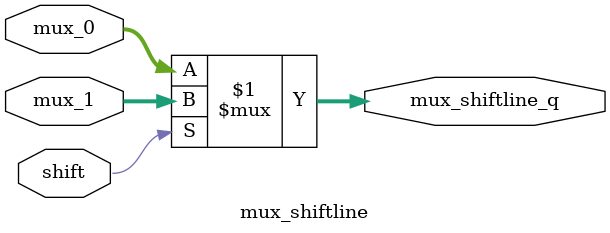
<source format=v>
`timescale 1ns / 1ps


module mux_shiftline(
    input shift,
    input[31:0] mux_0,
    input[31:0] mux_1,
    output[31:0] mux_shiftline_q
    );

    assign mux_shiftline_q = shift? mux_1 : mux_0;

endmodule

</source>
